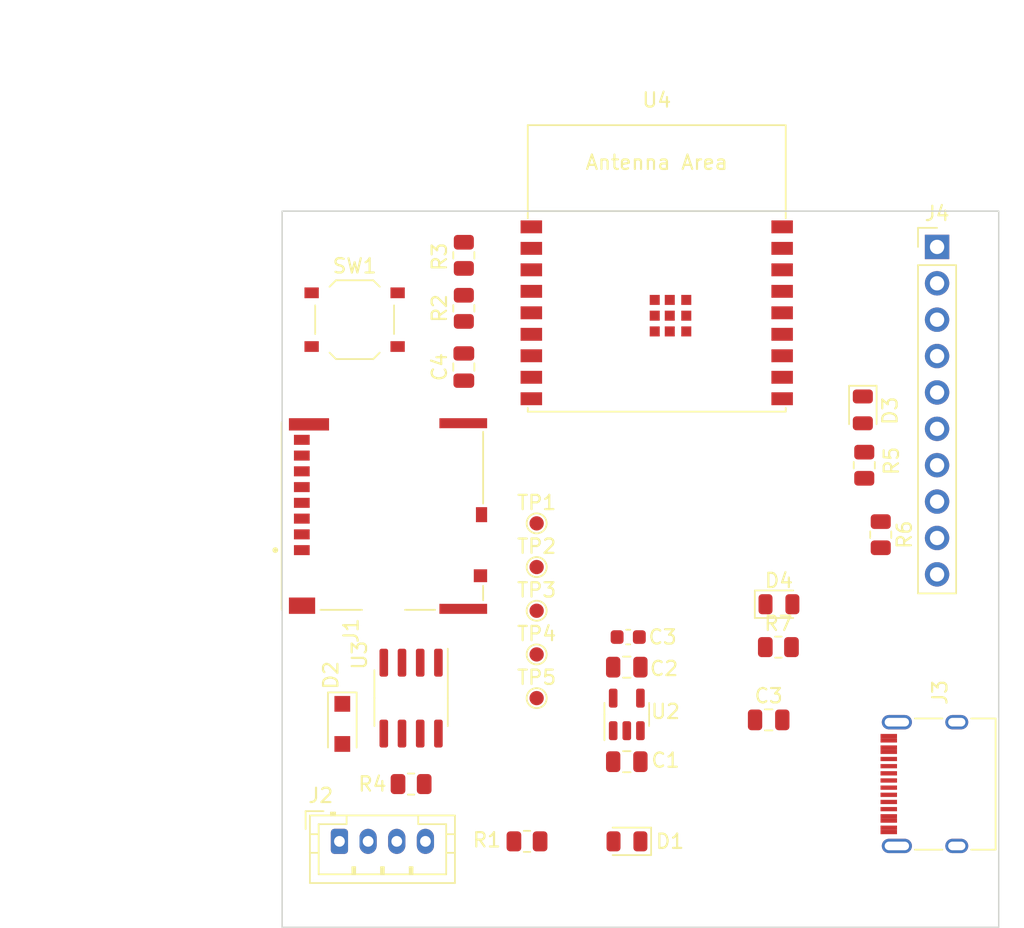
<source format=kicad_pcb>
(kicad_pcb (version 20221018) (generator pcbnew)
  (layers (0 "F.Cu" signal) (1 "In1.Cu" signal) (2 "In2.Cu" signal) (31 "B.Cu" signal) (34 "B.Paste" user) (35 "F.Paste" user) (36 "B.SilkS" user "B.Silkscreen") (37 "F.SilkS" user "F.Silkscreen") (38 "B.Mask" user) (39 "F.Mask" user) (44 "Edge.Cuts" user))
  (net 0 "")
  (net 1 "Net-(D1-A)")
  (net 2 "Net-(D2-A)")
  (net 3 "+3V3")
  (net 4 "GND")
  (net 5 "/CANH")
  (net 6 "/CANL")
  (net 7 "+5V")
  (net 8 "/USB_D+")
  (net 9 "/USB_D-")
  (net 10 "Net-(D3-A)")
  (net 11 "/SD_CS")
  (net 12 "/CAN_RX")
  (net 14 "/CAN_TX")
  (net 21 "/SD_MOSI")
  (net 22 "/SD_SCK")
  (net 23 "/SD_MISO")
  (net 27 "Net-(U4-EN{slash}CHIP_PU)")
  (net 37 "/LED_RED")
  (net 38 "/LED_BLUE")
  (net 39 "Net-(U4-GPIO8)")
  (net 40 "/GPIO9")
  (net 41 "/GPIO10")
  (net 42 "/RX")
  (net 43 "/TX")
  (net 44 "Net-(D4-A)")
  (footprint "Capacitor_SMD:C_0603_1608Metric" (layer "F.Cu") (at 118.15 90.7375)
    (fp_text reference "C3" (at 2.4 0) (layer "F.SilkS"))
    (fp_text value "100n")
    (fp_line (start -0.14058 -0.51) (end 0.14058 -0.51) (stroke (width 0.12)) (layer "F.SilkS"))
    (fp_line (start -0.14058 0.51) (end 0.14058 0.51) (stroke (width 0.12)) (layer "F.SilkS"))
    (pad "1" smd roundrect (at -0.775 0) (size 0.9 0.95) (layers "F.Cu" "F.Paste" "F.Mask") (net 3 "+3V3"))
    (pad "2" smd roundrect (at 0.775 0) (size 0.9 0.95) (layers "F.Cu" "F.Paste" "F.Mask") (net 4 "GND"))
  )
  (footprint "Resistor_SMD:R_0805_2012Metric" (layer "F.Cu") (at 106.68 67.7875 90)
    (fp_text reference "R2" (at 0 -1.7 90) (layer "F.SilkS"))
    (fp_text value "10k")
    (fp_line (start -0.227064 -0.735) (end 0.227064 -0.735) (stroke (width 0.12)) (layer "F.SilkS"))
    (fp_line (start -0.227064 0.735) (end 0.227064 0.735) (stroke (width 0.12)) (layer "F.SilkS"))
    (pad "1" smd roundrect (at -0.9125 0 90) (size 1.025 1.4) (layers "F.Cu" "F.Paste" "F.Mask") (roundrect_rratio 0.243902439) (net 27 "Net-(U4-EN{slash}CHIP_PU)"))
    (pad "2" smd roundrect (at 0.9125 0 90) (size 1.025 1.4) (layers "F.Cu" "F.Paste" "F.Mask") (roundrect_rratio 0.243902439) (net 3 "+3V3"))
  )
  (footprint "Resistor_SMD:R_0805_2012Metric" (layer "F.Cu") (at 135.77 83.59 -90)
    (fp_text reference "R6" (at 0 -1.65 90) (layer "F.SilkS"))
    (fp_text value "10k")
    (fp_line (start -0.227064 -0.735) (end 0.227064 -0.735) (stroke (width 0.12)) (layer "F.SilkS"))
    (fp_line (start -0.227064 0.735) (end 0.227064 0.735) (stroke (width 0.12)) (layer "F.SilkS"))
    (pad "1" smd roundrect (at -0.9125 0 270) (size 1.025 1.4) (layers "F.Cu" "F.Paste" "F.Mask") (roundrect_rratio 0.243902) (net 39 "Net-(U4-GPIO8)"))
    (pad "2" smd roundrect (at 0.9125 0 270) (size 1.025 1.4) (layers "F.Cu" "F.Paste" "F.Mask") (roundrect_rratio 0.243902) (net 3 "+3V3"))
  )
  (footprint "Resistor_SMD:R_0805_2012Metric" (layer "F.Cu") (at 128.6275 91.44)
    (fp_text reference "R7" (at 0 -1.65) (layer "F.SilkS"))
    (fp_text value "1k")
    (fp_line (start -0.227064 -0.735) (end 0.227064 -0.735) (stroke (width 0.12)) (layer "F.SilkS"))
    (fp_line (start -0.227064 0.735) (end 0.227064 0.735) (stroke (width 0.12)) (layer "F.SilkS"))
    (pad "1" smd roundrect (at -0.9125 0) (size 1.025 1.4) (layers "F.Cu" "F.Paste" "F.Mask") (roundrect_rratio 0.243902) (net 37 "/LED_RED"))
    (pad "2" smd roundrect (at 0.9125 0) (size 1.025 1.4) (layers "F.Cu" "F.Paste" "F.Mask") (roundrect_rratio 0.243902) (net 44 "Net-(D4-A)"))
  )
  (footprint "Capacitor_SMD:C_0805_2012Metric" (layer "F.Cu") (at 106.68 71.8875 -90)
    (fp_text reference "C4" (at 0 1.7 90) (layer "F.SilkS"))
    (fp_text value "1u")
    (fp_line (start -0.261252 -0.735) (end 0.261252 -0.735) (stroke (width 0.12)) (layer "F.SilkS"))
    (fp_line (start -0.261252 0.735) (end 0.261252 0.735) (stroke (width 0.12)) (layer "F.SilkS"))
    (pad "1" smd roundrect (at -0.95 0 270) (size 1 1.45) (layers "F.Cu" "F.Paste" "F.Mask") (net 27 "Net-(U4-EN{slash}CHIP_PU)"))
    (pad "2" smd roundrect (at 0.95 0 270) (size 1 1.45) (layers "F.Cu" "F.Paste" "F.Mask") (net 4 "GND"))
  )
  (footprint "Connector_USB:USB_C_Receptacle_XKB_U262-16XN-4BVC11" (layer "F.Cu") (at 140 101 90)
    (fp_text reference "J3" (at 6.4 -0.1 90) (layer "F.SilkS"))
    (fp_text value "USB_C_Receptacle")
    (fp_line (start -4.58 -1.85) (end -4.58 0.07) (stroke (width 0.12)) (layer "F.SilkS"))
    (fp_line (start -4.58 3.785) (end -4.58 2.08) (stroke (width 0.12)) (layer "F.SilkS"))
    (fp_line (start 4.58 0.07) (end 4.58 -1.85) (stroke (width 0.12)) (layer "F.SilkS"))
    (fp_line (start 4.58 2.08) (end 4.58 3.785) (stroke (width 0.12)) (layer "F.SilkS"))
    (fp_line (start 4.58 3.785) (end -4.58 3.785) (stroke (width 0.12)) (layer "F.SilkS"))
    (pad "" np_thru_hole circle (at -2.89 -2.605 90) (size 0.65 0.65) (drill 0.65) (layers "*.Cu" "*.Mask"))
    (pad "" np_thru_hole circle (at 2.89 -2.605 90) (size 0.65 0.65) (drill 0.65) (layers "*.Cu" "*.Mask"))
    (pad "A1" smd rect (at -3.35 -3.67 90) (size 0.3 1.15) (layers "F.Cu" "F.Paste" "F.Mask") (net 4 "GND"))
    (pad "A4" smd rect (at -2.55 -3.67 90) (size 0.3 1.15) (layers "F.Cu" "F.Paste" "F.Mask") (net 7 "+5V"))
    (pad "A5" smd rect (at -1.25 -3.67 90) (size 0.3 1.15) (layers "F.Cu" "F.Paste" "F.Mask"))
    (pad "A6" smd rect (at -0.25 -3.67 90) (size 0.3 1.15) (layers "F.Cu" "F.Paste" "F.Mask") (net 8 "/USB_D+"))
    (pad "A7" smd rect (at 0.25 -3.67 90) (size 0.3 1.15) (layers "F.Cu" "F.Paste" "F.Mask") (net 9 "/USB_D-"))
    (pad "A8" smd rect (at 1.25 -3.67 90) (size 0.3 1.15) (layers "F.Cu" "F.Paste" "F.Mask"))
    (pad "A9" smd rect (at 2.55 -3.67 90) (size 0.3 1.15) (layers "F.Cu" "F.Paste" "F.Mask") (net 7 "+5V"))
    (pad "A12" smd rect (at 3.35 -3.67 90) (size 0.3 1.15) (layers "F.Cu" "F.Paste" "F.Mask") (net 4 "GND"))
    (pad "B1" smd rect (at 3.05 -3.67 90) (size 0.3 1.15) (layers "F.Cu" "F.Paste" "F.Mask") (net 4 "GND"))
    (pad "B4" smd rect (at 2.25 -3.67 90) (size 0.3 1.15) (layers "F.Cu" "F.Paste" "F.Mask") (net 7 "+5V"))
    (pad "B5" smd rect (at 1.75 -3.67 90) (size 0.3 1.15) (layers "F.Cu" "F.Paste" "F.Mask"))
    (pad "B6" smd rect (at 0.75 -3.67 90) (size 0.3 1.15) (layers "F.Cu" "F.Paste" "F.Mask") (net 8 "/USB_D+"))
    (pad "B7" smd rect (at -0.75 -3.67 90) (size 0.3 1.15) (layers "F.Cu" "F.Paste" "F.Mask") (net 9 "/USB_D-"))
    (pad "B8" smd rect (at -1.75 -3.67 90) (size 0.3 1.15) (layers "F.Cu" "F.Paste" "F.Mask"))
    (pad "B9" smd rect (at -2.25 -3.67 90) (size 0.3 1.15) (layers "F.Cu" "F.Paste" "F.Mask") (net 7 "+5V"))
    (pad "B12" smd rect (at -3.05 -3.67 90) (size 0.3 1.15) (layers "F.Cu" "F.Paste" "F.Mask") (net 4 "GND"))
    (pad "S1" thru_hole oval (at -4.32 -3.105 90) (size 1 2.1) (drill oval 0.6 1.7) (layers "*.Cu" "*.Mask") (net 4 "GND"))
    (pad "S1" thru_hole oval (at -4.32 1.075 90) (size 1 1.6) (drill oval 0.6 1.2) (layers "*.Cu" "*.Mask") (net 4 "GND"))
    (pad "S1" thru_hole oval (at 4.32 -3.105 90) (size 1 2.1) (drill oval 0.6 1.7) (layers "*.Cu" "*.Mask") (net 4 "GND"))
    (pad "S1" thru_hole oval (at 4.32 1.075 90) (size 1 1.6) (drill oval 0.6 1.2) (layers "*.Cu" "*.Mask") (net 4 "GND"))
  )
  (footprint "LED_SMD:LED_0805_2012Metric" (layer "F.Cu") (at 134.52 74.8775 -90)
    (fp_text reference "D3" (at 0.0625 -1.9 90) (layer "F.SilkS"))
    (fp_text value "BLUE")
    (fp_line (start -1.685 -0.96) (end -1.685 0.96) (stroke (width 0.12)) (layer "F.SilkS"))
    (fp_line (start -1.685 0.96) (end 1 0.96) (stroke (width 0.12)) (layer "F.SilkS"))
    (fp_line (start 1 -0.96) (end -1.685 -0.96) (stroke (width 0.12)) (layer "F.SilkS"))
    (pad "1" smd roundrect (at -0.9375 0 270) (size 0.975 1.4) (layers "F.Cu" "F.Paste" "F.Mask") (net 4 "GND"))
    (pad "2" smd roundrect (at 0.9375 0 270) (size 0.975 1.4) (layers "F.Cu" "F.Paste" "F.Mask") (net 10 "Net-(D3-A)"))
  )
  (footprint "Connector_JST:JST_PH_B4B-PH-K_1x04_P2.00mm_Vertical" (layer "F.Cu") (at 98 105)
    (fp_text reference "J2" (at -1.3 -3.2) (layer "F.SilkS"))
    (fp_text value "CAN")
    (fp_line (start -2.36 -2.11) (end -2.36 -0.86) (stroke (width 0.12)) (layer "F.SilkS"))
    (fp_line (start -2.06 -1.81) (end -2.06 2.91) (stroke (width 0.12)) (layer "F.SilkS"))
    (fp_line (start -2.06 -0.5) (end -1.45 -0.5) (stroke (width 0.12)) (layer "F.SilkS"))
    (fp_line (start -2.06 0.8) (end -1.45 0.8) (stroke (width 0.12)) (layer "F.SilkS"))
    (fp_line (start -2.06 2.91) (end 8.06 2.91) (stroke (width 0.12)) (layer "F.SilkS"))
    (fp_line (start -1.45 -1.2) (end -1.45 2.3) (stroke (width 0.12)) (layer "F.SilkS"))
    (fp_line (start -1.45 2.3) (end 7.45 2.3) (stroke (width 0.12)) (layer "F.SilkS"))
    (fp_line (start -1.11 -2.11) (end -2.36 -2.11) (stroke (width 0.12)) (layer "F.SilkS"))
    (fp_line (start -0.6 -2.01) (end -0.6 -1.81) (stroke (width 0.12)) (layer "F.SilkS"))
    (fp_line (start -0.3 -2.01) (end -0.6 -2.01) (stroke (width 0.12)) (layer "F.SilkS"))
    (fp_line (start -0.3 -1.91) (end -0.6 -1.91) (stroke (width 0.12)) (layer "F.SilkS"))
    (fp_line (start -0.3 -1.81) (end -0.3 -2.01) (stroke (width 0.12)) (layer "F.SilkS"))
    (fp_line (start 0.5 -1.81) (end 0.5 -1.2) (stroke (width 0.12)) (layer "F.SilkS"))
    (fp_line (start 0.5 -1.2) (end -1.45 -1.2) (stroke (width 0.12)) (layer "F.SilkS"))
    (fp_line (start 0.9 1.8) (end 1.1 1.8) (stroke (width 0.12)) (layer "F.SilkS"))
    (fp_line (start 0.9 2.3) (end 0.9 1.8) (stroke (width 0.12)) (layer "F.SilkS"))
    (fp_line (start 1 2.3) (end 1 1.8) (stroke (width 0.12)) (layer "F.SilkS"))
    (fp_line (start 1.1 1.8) (end 1.1 2.3) (stroke (width 0.12)) (layer "F.SilkS"))
    (fp_line (start 2.9 1.8) (end 3.1 1.8) (stroke (width 0.12)) (layer "F.SilkS"))
    (fp_line (start 2.9 2.3) (end 2.9 1.8) (stroke (width 0.12)) (layer "F.SilkS"))
    (fp_line (start 3 2.3) (end 3 1.8) (stroke (width 0.12)) (layer "F.SilkS"))
    (fp_line (start 3.1 1.8) (end 3.1 2.3) (stroke (width 0.12)) (layer "F.SilkS"))
    (fp_line (start 4.9 1.8) (end 5.1 1.8) (stroke (width 0.12)) (layer "F.SilkS"))
    (fp_line (start 4.9 2.3) (end 4.9 1.8) (stroke (width 0.12)) (layer "F.SilkS"))
    (fp_line (start 5 2.3) (end 5 1.8) (stroke (width 0.12)) (layer "F.SilkS"))
    (fp_line (start 5.1 1.8) (end 5.1 2.3) (stroke (width 0.12)) (layer "F.SilkS"))
    (fp_line (start 5.5 -1.2) (end 5.5 -1.81) (stroke (width 0.12)) (layer "F.SilkS"))
    (fp_line (start 7.45 -1.2) (end 5.5 -1.2) (stroke (width 0.12)) (layer "F.SilkS"))
    (fp_line (start 7.45 2.3) (end 7.45 -1.2) (stroke (width 0.12)) (layer "F.SilkS"))
    (fp_line (start 8.06 -1.81) (end -2.06 -1.81) (stroke (width 0.12)) (layer "F.SilkS"))
    (fp_line (start 8.06 -0.5) (end 7.45 -0.5) (stroke (width 0.12)) (layer "F.SilkS"))
    (fp_line (start 8.06 0.8) (end 7.45 0.8) (stroke (width 0.12)) (layer "F.SilkS"))
    (fp_line (start 8.06 2.91) (end 8.06 -1.81) (stroke (width 0.12)) (layer "F.SilkS"))
    (pad "1" thru_hole roundrect (at 0 0) (size 1.2 1.75) (drill 0.75) (layers "*.Cu" "*.Mask") (roundrect_rratio 0.2083333333) (net 2 "Net-(D2-A)"))
    (pad "2" thru_hole oval (at 2 0) (size 1.2 1.75) (drill 0.75) (layers "*.Cu" "*.Mask") (net 6 "/CANL"))
    (pad "3" thru_hole oval (at 4 0) (size 1.2 1.75) (drill 0.75) (layers "*.Cu" "*.Mask") (net 5 "/CANH"))
    (pad "4" thru_hole oval (at 6 0) (size 1.2 1.75) (drill 0.75) (layers "*.Cu" "*.Mask") (net 4 "GND"))
  )
  (footprint "Capacitor_SMD:C_0805_2012Metric" (layer "F.Cu") (at 118.05 99.4375)
    (fp_text reference "C1" (at 2.7 -0.1) (layer "F.SilkS"))
    (fp_text value "10uF")
    (fp_line (start -0.261252 -0.735) (end 0.261252 -0.735) (stroke (width 0.12)) (layer "F.SilkS"))
    (fp_line (start -0.261252 0.735) (end 0.261252 0.735) (stroke (width 0.12)) (layer "F.SilkS"))
    (pad "1" smd roundrect (at -0.95 0) (size 1 1.45) (layers "F.Cu" "F.Paste" "F.Mask") (net 7 "+5V"))
    (pad "2" smd roundrect (at 0.95 0) (size 1 1.45) (layers "F.Cu" "F.Paste" "F.Mask") (net 4 "GND"))
  )
  (footprint "TestPoint:TestPoint_Pad_D1.0mm" (layer "F.Cu") (at 111.76 85.85)
    (fp_text reference "TP2" (at 0 -1.448) (layer "F.SilkS"))
    (fp_text value "TestPoint")
    (fp_circle (center 0 0) (end 0 0.7) (stroke (width 0.12)) (fill none) (layer "F.SilkS"))
    (pad "1" smd circle (at 0 0) (size 1 1) (layers "F.Cu" "F.Mask") (net 9 "/USB_D-"))
  )
  (footprint "TestPoint:TestPoint_Pad_D1.0mm" (layer "F.Cu") (at 111.76 82.8)
    (fp_text reference "TP1" (at 0 -1.448) (layer "F.SilkS"))
    (fp_text value "TestPoint")
    (fp_circle (center 0 0) (end 0 0.7) (stroke (width 0.12)) (fill none) (layer "F.SilkS"))
    (pad "1" smd circle (at 0 0) (size 1 1) (layers "F.Cu" "F.Mask") (net 3 "+3V3"))
  )
  (footprint "TestPoint:TestPoint_Pad_D1.0mm" (layer "F.Cu") (at 111.76 95)
    (fp_text reference "TP5" (at 0 -1.448) (layer "F.SilkS"))
    (fp_text value "TestPoint")
    (fp_circle (center 0 0) (end 0 0.7) (stroke (width 0.12)) (fill none) (layer "F.SilkS"))
    (pad "1" smd circle (at 0 0) (size 1 1) (layers "F.Cu" "F.Mask") (net 5 "/CANH"))
  )
  (footprint "Resistor_SMD:R_0805_2012Metric" (layer "F.Cu") (at 111.0875 105)
    (fp_text reference "R1" (at -2.8 -0.1) (layer "F.SilkS"))
    (fp_text value "1k")
    (fp_line (start -0.227064 -0.735) (end 0.227064 -0.735) (stroke (width 0.12)) (layer "F.SilkS"))
    (fp_line (start -0.227064 0.735) (end 0.227064 0.735) (stroke (width 0.12)) (layer "F.SilkS"))
    (pad "1" smd roundrect (at -0.9125 0) (size 1.025 1.4) (layers "F.Cu" "F.Paste" "F.Mask") (roundrect_rratio 0.243902439) (net 3 "+3V3"))
    (pad "2" smd roundrect (at 0.9125 0) (size 1.025 1.4) (layers "F.Cu" "F.Paste" "F.Mask") (roundrect_rratio 0.243902439) (net 1 "Net-(D1-A)"))
  )
  (footprint "Connector_PinHeader_2.54mm:PinHeader_1x10_P2.54mm_Vertical" (layer "F.Cu") (at 139.7 63.5)
    (fp_text reference "J4" (at 0 -2.33) (layer "F.SilkS"))
    (fp_text value "Conn_01x10")
    (fp_line (start -1.33 -1.33) (end 0 -1.33) (stroke (width 0.12)) (layer "F.SilkS"))
    (fp_line (start -1.33 0) (end -1.33 -1.33) (stroke (width 0.12)) (layer "F.SilkS"))
    (fp_line (start -1.33 1.27) (end -1.33 24.19) (stroke (width 0.12)) (layer "F.SilkS"))
    (fp_line (start -1.33 1.27) (end 1.33 1.27) (stroke (width 0.12)) (layer "F.SilkS"))
    (fp_line (start -1.33 24.19) (end 1.33 24.19) (stroke (width 0.12)) (layer "F.SilkS"))
    (fp_line (start 1.33 1.27) (end 1.33 24.19) (stroke (width 0.12)) (layer "F.SilkS"))
    (pad "1" thru_hole rect (at 0 0) (size 1.7 1.7) (drill 1) (layers "*.Cu" "*.Mask"))
    (pad "2" thru_hole oval (at 0 2.54) (size 1.7 1.7) (drill 1) (layers "*.Cu" "*.Mask"))
    (pad "3" thru_hole oval (at 0 5.08) (size 1.7 1.7) (drill 1) (layers "*.Cu" "*.Mask"))
    (pad "4" thru_hole oval (at 0 7.62) (size 1.7 1.7) (drill 1) (layers "*.Cu" "*.Mask"))
    (pad "5" thru_hole oval (at 0 10.16) (size 1.7 1.7) (drill 1) (layers "*.Cu" "*.Mask"))
    (pad "6" thru_hole oval (at 0 12.7) (size 1.7 1.7) (drill 1) (layers "*.Cu" "*.Mask"))
    (pad "7" thru_hole oval (at 0 15.24) (size 1.7 1.7) (drill 1) (layers "*.Cu" "*.Mask"))
    (pad "8" thru_hole oval (at 0 17.78) (size 1.7 1.7) (drill 1) (layers "*.Cu" "*.Mask"))
    (pad "9" thru_hole oval (at 0 20.32) (size 1.7 1.7) (drill 1) (layers "*.Cu" "*.Mask"))
    (pad "10" thru_hole oval (at 0 22.86) (size 1.7 1.7) (drill 1) (layers "*.Cu" "*.Mask"))
  )
  (footprint "LED_SMD:LED_0805_2012Metric" (layer "F.Cu") (at 128.6675 88.445)
    (fp_text reference "D4" (at 0 -1.65) (layer "F.SilkS"))
    (fp_text value "RED")
    (fp_line (start -1.685 -0.96) (end -1.685 0.96) (stroke (width 0.12)) (layer "F.SilkS"))
    (fp_line (start -1.685 0.96) (end 1 0.96) (stroke (width 0.12)) (layer "F.SilkS"))
    (fp_line (start 1 -0.96) (end -1.685 -0.96) (stroke (width 0.12)) (layer "F.SilkS"))
    (pad "1" smd roundrect (at -0.9375 0) (size 0.975 1.4) (layers "F.Cu" "F.Paste" "F.Mask") (net 4 "GND"))
    (pad "2" smd roundrect (at 0.9375 0) (size 0.975 1.4) (layers "F.Cu" "F.Paste" "F.Mask") (net 44 "Net-(D4-A)"))
  )
  (footprint "Capacitor_SMD:C_0805_2012Metric" (layer "F.Cu") (at 118.05 92.8375)
    (fp_text reference "C2" (at 2.6 0.1) (layer "F.SilkS"))
    (fp_text value "10uF")
    (fp_line (start -0.261252 -0.735) (end 0.261252 -0.735) (stroke (width 0.12)) (layer "F.SilkS"))
    (fp_line (start -0.261252 0.735) (end 0.261252 0.735) (stroke (width 0.12)) (layer "F.SilkS"))
    (pad "1" smd roundrect (at -0.95 0) (size 1 1.45) (layers "F.Cu" "F.Paste" "F.Mask") (net 3 "+3V3"))
    (pad "2" smd roundrect (at 0.95 0) (size 1 1.45) (layers "F.Cu" "F.Paste" "F.Mask") (net 4 "GND"))
  )
  (footprint "TestPoint:TestPoint_Pad_D1.0mm" (layer "F.Cu") (at 111.76 88.9)
    (fp_text reference "TP3" (at 0 -1.448) (layer "F.SilkS"))
    (fp_text value "TestPoint")
    (fp_circle (center 0 0) (end 0 0.7) (stroke (width 0.12)) (fill none) (layer "F.SilkS"))
    (pad "1" smd circle (at 0 0) (size 1 1) (layers "F.Cu" "F.Mask") (net 8 "/USB_D+"))
  )
  (footprint "Capacitor_SMD:C_0805_2012Metric" (layer "F.Cu") (at 127.95 96.52)
    (fp_text reference "C3" (at 0 -1.68) (layer "F.SilkS"))
    (fp_text value "1u")
    (fp_line (start -0.261252 -0.735) (end 0.261252 -0.735) (stroke (width 0.12)) (layer "F.SilkS"))
    (fp_line (start -0.261252 0.735) (end 0.261252 0.735) (stroke (width 0.12)) (layer "F.SilkS"))
    (pad "1" smd roundrect (at -0.95 0) (size 1 1.45) (layers "F.Cu" "F.Paste" "F.Mask") (net 3 "+3V3"))
    (pad "2" smd roundrect (at 0.95 0) (size 1 1.45) (layers "F.Cu" "F.Paste" "F.Mask") (net 4 "GND"))
  )
  (footprint "Button_Switch_SMD:SW_Push_1P1T_XKB_TS-1187A" (layer "F.Cu") (at 99.06 68.58)
    (fp_text reference "SW1" (at 0 -3.75) (layer "F.SilkS"))
    (fp_text value "SW_Push")
    (fp_line (start -2.75 -1) (end -2.75 1) (stroke (width 0.12)) (layer "F.SilkS"))
    (fp_line (start -1.75 -2.3) (end -1.3 -2.75) (stroke (width 0.12)) (layer "F.SilkS"))
    (fp_line (start -1.75 2.3) (end -1.3 2.75) (stroke (width 0.12)) (layer "F.SilkS"))
    (fp_line (start -1.3 -2.75) (end 1.3 -2.75) (stroke (width 0.12)) (layer "F.SilkS"))
    (fp_line (start -1.3 2.75) (end 1.3 2.75) (stroke (width 0.12)) (layer "F.SilkS"))
    (fp_line (start 1.75 -2.3) (end 1.3 -2.75) (stroke (width 0.12)) (layer "F.SilkS"))
    (fp_line (start 1.75 2.3) (end 1.3 2.75) (stroke (width 0.12)) (layer "F.SilkS"))
    (fp_line (start 2.75 -1) (end 2.75 1) (stroke (width 0.12)) (layer "F.SilkS"))
    (pad "1" smd rect (at -3 -1.875) (size 1 0.75) (layers "F.Cu" "F.Paste" "F.Mask") (net 4 "GND"))
    (pad "1" smd rect (at 3 -1.875) (size 1 0.75) (layers "F.Cu" "F.Paste" "F.Mask") (net 4 "GND"))
    (pad "2" smd rect (at -3 1.875) (size 1 0.75) (layers "F.Cu" "F.Paste" "F.Mask") (net 40 "/GPIO9"))
    (pad "2" smd rect (at 3 1.875) (size 1 0.75) (layers "F.Cu" "F.Paste" "F.Mask") (net 40 "/GPIO9"))
  )
  (footprint "TestPoint:TestPoint_Pad_D1.0mm" (layer "F.Cu") (at 111.76 91.95)
    (fp_text reference "TP4" (at 0 -1.448) (layer "F.SilkS"))
    (fp_text value "TestPoint")
    (fp_circle (center 0 0) (end 0 0.7) (stroke (width 0.12)) (fill none) (layer "F.SilkS"))
    (pad "1" smd circle (at 0 0) (size 1 1) (layers "F.Cu" "F.Mask") (net 6 "/CANL"))
  )
  (footprint "Resistor_SMD:R_0805_2012Metric" (layer "F.Cu") (at 106.68 64.0875 -90)
    (fp_text reference "R3" (at 0.1 1.7 90) (layer "F.SilkS"))
    (fp_text value "10k")
    (fp_line (start -0.227064 -0.735) (end 0.227064 -0.735) (stroke (width 0.12)) (layer "F.SilkS"))
    (fp_line (start -0.227064 0.735) (end 0.227064 0.735) (stroke (width 0.12)) (layer "F.SilkS"))
    (pad "1" smd roundrect (at -0.9125 0 270) (size 1.025 1.4) (layers "F.Cu" "F.Paste" "F.Mask") (roundrect_rratio 0.243902439) (net 3 "+3V3"))
    (pad "2" smd roundrect (at 0.9125 0 270) (size 1.025 1.4) (layers "F.Cu" "F.Paste" "F.Mask") (roundrect_rratio 0.243902439) (net 37 "/LED_RED"))
  )
  (footprint "Resistor_SMD:R_0805_2012Metric" (layer "F.Cu") (at 134.62 78.74 90)
    (fp_text reference "R5" (at 0.3 1.9 90) (layer "F.SilkS"))
    (fp_text value "1k")
    (fp_line (start -0.227064 -0.735) (end 0.227064 -0.735) (stroke (width 0.12)) (layer "F.SilkS"))
    (fp_line (start -0.227064 0.735) (end 0.227064 0.735) (stroke (width 0.12)) (layer "F.SilkS"))
    (pad "1" smd roundrect (at -0.9125 0 90) (size 1.025 1.4) (layers "F.Cu" "F.Paste" "F.Mask") (roundrect_rratio 0.243902439) (net 38 "/LED_BLUE"))
    (pad "2" smd roundrect (at 0.9125 0 90) (size 1.025 1.4) (layers "F.Cu" "F.Paste" "F.Mask") (roundrect_rratio 0.243902439) (net 10 "Net-(D3-A)"))
  )
  (footprint "espressif:MOLEX_503398-1892" (layer "F.Cu") (at 101 82.2875 90)
    (fp_text reference "J1" (at -8 -2.1875 90) (layer "F.SilkS") (effects (font (size 1.000685 1.000685))))
    (fp_text value "Micro_SD_Card")
    (fp_line (start -6.55 -7.025) (end 6.55 -7.025) (stroke (width 0.127)) (layer "F.SilkS"))
    (fp_line (start -6.55 -4.325) (end -6.55 -1.425) (stroke (width 0.127)) (layer "F.SilkS"))
    (fp_line (start -6.55 1.575) (end -6.55 3.675) (stroke (width 0.127)) (layer "F.SilkS"))
    (fp_line (start -5.876 7.025) (end -4.874 7.025) (stroke (width 0.127)) (layer "F.SilkS"))
    (fp_line (start 0.874 7.025) (end 5.876 7.025) (stroke (width 0.127)) (layer "F.SilkS"))
    (fp_circle (center -2.38 -7.475) (end -2.28 -7.475) (stroke (width 0.2)) (fill none) (layer "F.SilkS"))
    (pad "1" smd rect (at -2.38 -5.625 90) (size 0.7 1.1) (layers "F.Cu" "F.Paste" "F.Mask"))
    (pad "2" smd rect (at -1.28 -5.625 90) (size 0.7 1.1) (layers "F.Cu" "F.Paste" "F.Mask") (net 11 "/SD_CS"))
    (pad "3" smd rect (at -0.18 -5.625 90) (size 0.7 1.1) (layers "F.Cu" "F.Paste" "F.Mask") (net 21 "/SD_MOSI"))
    (pad "4" smd rect (at 0.92 -5.625 90) (size 0.7 1.1) (layers "F.Cu" "F.Paste" "F.Mask") (net 3 "+3V3"))
    (pad "5" smd rect (at 2.02 -5.625 90) (size 0.7 1.1) (layers "F.Cu" "F.Paste" "F.Mask") (net 22 "/SD_SCK"))
    (pad "6" smd rect (at 3.12 -5.625 90) (size 0.7 1.1) (layers "F.Cu" "F.Paste" "F.Mask") (net 4 "GND"))
    (pad "7" smd rect (at 4.22 -5.625 90) (size 0.7 1.1) (layers "F.Cu" "F.Paste" "F.Mask") (net 23 "/SD_MISO"))
    (pad "8" smd rect (at 5.32 -5.625 90) (size 0.7 1.1) (layers "F.Cu" "F.Paste" "F.Mask"))
    (pad "9" smd rect (at -4.17 6.84 90) (size 0.9 0.93) (layers "F.Cu" "F.Paste" "F.Mask"))
    (pad "10" smd rect (at 0.095 6.915 90) (size 1.05 0.78) (layers "F.Cu" "F.Paste" "F.Mask"))
    (pad "P1" smd rect (at -6.26 -5.61 90) (size 1.14 1.83) (layers "F.Cu" "F.Paste" "F.Mask") (net 4 "GND"))
    (pad "P2" smd rect (at 6.4 -5.125 90) (size 0.86 2.8) (layers "F.Cu" "F.Paste" "F.Mask"))
    (pad "P3" smd rect (at -6.48 5.64 90) (size 0.7 3.33) (layers "F.Cu" "F.Paste" "F.Mask"))
    (pad "P4" smd rect (at 6.48 5.64 90) (size 0.7 3.33) (layers "F.Cu" "F.Paste" "F.Mask"))
  )
  (footprint "LED_SMD:LED_0805_2012Metric" (layer "F.Cu") (at 118.0625 105 180)
    (fp_text reference "D1" (at -3 0) (layer "F.SilkS"))
    (fp_text value "RED")
    (fp_line (start -1.685 -0.96) (end -1.685 0.96) (stroke (width 0.12)) (layer "F.SilkS"))
    (fp_line (start -1.685 0.96) (end 1 0.96) (stroke (width 0.12)) (layer "F.SilkS"))
    (fp_line (start 1 -0.96) (end -1.685 -0.96) (stroke (width 0.12)) (layer "F.SilkS"))
    (pad "1" smd roundrect (at -0.9375 0 180) (size 0.975 1.4) (layers "F.Cu" "F.Paste" "F.Mask") (net 4 "GND"))
    (pad "2" smd roundrect (at 0.9375 0 180) (size 0.975 1.4) (layers "F.Cu" "F.Paste" "F.Mask") (net 1 "Net-(D1-A)"))
  )
  (footprint "Package_TO_SOT_SMD:SOT-23-5" (layer "F.Cu") (at 118.05 96.1375 90)
    (fp_text reference "U2" (at 0.2 2.7 180) (layer "F.SilkS"))
    (fp_text value "AP2112K-3.3")
    (fp_line (start 0 -1.56) (end -1.8 -1.56) (stroke (width 0.12)) (layer "F.SilkS"))
    (fp_line (start 0 -1.56) (end 0.8 -1.56) (stroke (width 0.12)) (layer "F.SilkS"))
    (fp_line (start 0 1.56) (end -0.8 1.56) (stroke (width 0.12)) (layer "F.SilkS"))
    (fp_line (start 0 1.56) (end 0.8 1.56) (stroke (width 0.12)) (layer "F.SilkS"))
    (pad "1" smd roundrect (at -1.1375 -0.95 90) (size 1.325 0.6) (layers "F.Cu" "F.Paste" "F.Mask") (net 7 "+5V"))
    (pad "2" smd roundrect (at -1.1375 0 90) (size 1.325 0.6) (layers "F.Cu" "F.Paste" "F.Mask") (net 4 "GND"))
    (pad "3" smd roundrect (at -1.1375 0.95 90) (size 1.325 0.6) (layers "F.Cu" "F.Paste" "F.Mask") (net 7 "+5V"))
    (pad "4" smd roundrect (at 1.1375 0.95 90) (size 1.325 0.6) (layers "F.Cu" "F.Paste" "F.Mask"))
    (pad "5" smd roundrect (at 1.1375 -0.95 90) (size 1.325 0.6) (layers "F.Cu" "F.Paste" "F.Mask") (net 3 "+3V3"))
  )
  (footprint "Resistor_SMD:R_0805_2012Metric" (layer "F.Cu") (at 103 101 180)
    (fp_text reference "R4" (at 2.7 0) (layer "F.SilkS"))
    (fp_text value "220")
    (fp_line (start -0.227064 -0.735) (end 0.227064 -0.735) (stroke (width 0.12)) (layer "F.SilkS"))
    (fp_line (start -0.227064 0.735) (end 0.227064 0.735) (stroke (width 0.12)) (layer "F.SilkS"))
    (pad "1" smd roundrect (at -0.9125 0 180) (size 1.025 1.4) (layers "F.Cu" "F.Paste" "F.Mask") (roundrect_rratio 0.243902439) (net 5 "/CANH"))
    (pad "2" smd roundrect (at 0.9125 0 180) (size 1.025 1.4) (layers "F.Cu" "F.Paste" "F.Mask") (roundrect_rratio 0.243902439) (net 6 "/CANL"))
  )
  (footprint "Package_SO:SOIC-8_3.9x4.9mm_P1.27mm" (layer "F.Cu") (at 103 95 -90)
    (fp_text reference "U3" (at -3 3.6 90) (layer "F.SilkS"))
    (fp_text value "TJA1051T-3")
    (fp_line (start 0 -2.56) (end -3.45 -2.56) (stroke (width 0.12)) (layer "F.SilkS"))
    (fp_line (start 0 -2.56) (end 1.95 -2.56) (stroke (width 0.12)) (layer "F.SilkS"))
    (fp_line (start 0 2.56) (end -1.95 2.56) (stroke (width 0.12)) (layer "F.SilkS"))
    (fp_line (start 0 2.56) (end 1.95 2.56) (stroke (width 0.12)) (layer "F.SilkS"))
    (pad "1" smd roundrect (at -2.475 -1.905 270) (size 1.95 0.6) (layers "F.Cu" "F.Paste" "F.Mask") (net 14 "/CAN_TX"))
    (pad "2" smd roundrect (at -2.475 -0.635 270) (size 1.95 0.6) (layers "F.Cu" "F.Paste" "F.Mask") (net 4 "GND"))
    (pad "3" smd roundrect (at -2.475 0.635 270) (size 1.95 0.6) (layers "F.Cu" "F.Paste" "F.Mask") (net 7 "+5V"))
    (pad "4" smd roundrect (at -2.475 1.905 270) (size 1.95 0.6) (layers "F.Cu" "F.Paste" "F.Mask") (net 12 "/CAN_RX"))
    (pad "5" smd roundrect (at 2.475 1.905 270) (size 1.95 0.6) (layers "F.Cu" "F.Paste" "F.Mask") (net 3 "+3V3"))
    (pad "6" smd roundrect (at 2.475 0.635 270) (size 1.95 0.6) (layers "F.Cu" "F.Paste" "F.Mask") (net 6 "/CANL"))
    (pad "7" smd roundrect (at 2.475 -0.635 270) (size 1.95 0.6) (layers "F.Cu" "F.Paste" "F.Mask") (net 5 "/CANH"))
    (pad "8" smd roundrect (at 2.475 -1.905 270) (size 1.95 0.6) (layers "F.Cu" "F.Paste" "F.Mask") (net 4 "GND"))
  )
  (footprint "Diode_SMD:D_SOD-123F" (layer "F.Cu") (at 98.2 96.8 -90)
    (fp_text reference "D2" (at -3.4 0.8 90) (layer "F.SilkS"))
    (fp_text value "100V/3A")
    (fp_line (start -2.2 -1) (end -2.2 1) (stroke (width 0.12)) (layer "F.SilkS"))
    (fp_line (start -2.2 -1) (end 1.65 -1) (stroke (width 0.12)) (layer "F.SilkS"))
    (fp_line (start -2.2 1) (end 1.65 1) (stroke (width 0.12)) (layer "F.SilkS"))
    (pad "1" smd rect (at -1.4 0 270) (size 1.1 1.1) (layers "F.Cu" "F.Paste" "F.Mask") (net 7 "+5V"))
    (pad "2" smd rect (at 1.4 0 270) (size 1.1 1.1) (layers "F.Cu" "F.Paste" "F.Mask") (net 2 "Net-(D2-A)"))
  )
  (footprint "espressif:ESP32-C3-WROOM-02" (layer "F.Cu") (at 120.14 68)
    (fp_text reference "U4" (at 0 -14.75) (layer "F.SilkS"))
    (fp_text value "ESP32-C3-WROOM-02")
    (fp_text user "Antenna Area" (at 0 -10.4) (layer "F.SilkS"))
    (fp_line (start -9 -13) (end -9 -6.5) (stroke (width 0.12)) (layer "F.SilkS"))
    (fp_line (start -9 -13) (end 9 -13) (stroke (width 0.12)) (layer "F.SilkS"))
    (fp_line (start -9 7) (end -9 6.75) (stroke (width 0.12)) (layer "F.SilkS"))
    (fp_line (start 9 -13) (end 9 -6.5) (stroke (width 0.12)) (layer "F.SilkS"))
    (fp_line (start 9 -7) (end -8.95 -7) (stroke (width 0.12)) (layer "F.SilkS"))
    (fp_line (start 9 6.75) (end 9 7) (stroke (width 0.12)) (layer "F.SilkS"))
    (fp_line (start 9 7) (end -9 7) (stroke (width 0.12)) (layer "F.SilkS"))
    (pad "1" smd rect (at -8.75 -5.9) (size 1.5 0.9) (layers "F.Cu" "F.Paste" "F.Mask") (net 3 "+3V3"))
    (pad "2" smd rect (at -8.75 -4.4) (size 1.5 0.9) (layers "F.Cu" "F.Paste" "F.Mask") (net 27 "Net-(U4-EN{slash}CHIP_PU)"))
    (pad "3" smd rect (at -8.75 -2.9) (size 1.5 0.9) (layers "F.Cu" "F.Paste" "F.Mask") (net 21 "/SD_MOSI"))
    (pad "4" smd rect (at -8.75 -1.4) (size 1.5 0.9) (layers "F.Cu" "F.Paste" "F.Mask") (net 22 "/SD_SCK"))
    (pad "5" smd rect (at -8.75 0.1) (size 1.5 0.9) (layers "F.Cu" "F.Paste" "F.Mask") (net 23 "/SD_MISO"))
    (pad "6" smd rect (at -8.75 1.6) (size 1.5 0.9) (layers "F.Cu" "F.Paste" "F.Mask") (net 11 "/SD_CS"))
    (pad "7" smd rect (at -8.75 3.1) (size 1.5 0.9) (layers "F.Cu" "F.Paste" "F.Mask") (net 39 "Net-(U4-GPIO8)"))
    (pad "8" smd rect (at -8.75 4.6) (size 1.5 0.9) (layers "F.Cu" "F.Paste" "F.Mask") (net 40 "/GPIO9"))
    (pad "9" smd rect (at -8.75 6.1) (size 1.5 0.9) (layers "F.Cu" "F.Paste" "F.Mask") (net 4 "GND"))
    (pad "10" smd rect (at 8.75 6.1 180) (size 1.5 0.9) (layers "F.Cu" "F.Paste" "F.Mask") (net 41 "/GPIO10"))
    (pad "11" smd rect (at 8.75 4.6 180) (size 1.5 0.9) (layers "F.Cu" "F.Paste" "F.Mask") (net 42 "/RX"))
    (pad "12" smd rect (at 8.75 3.1 180) (size 1.5 0.9) (layers "F.Cu" "F.Paste" "F.Mask") (net 43 "/TX"))
    (pad "13" smd rect (at 8.75 1.6 180) (size 1.5 0.9) (layers "F.Cu" "F.Paste" "F.Mask") (net 9 "/USB_D-"))
    (pad "14" smd rect (at 8.75 0.1 180) (size 1.5 0.9) (layers "F.Cu" "F.Paste" "F.Mask") (net 8 "/USB_D+"))
    (pad "15" smd rect (at 8.75 -1.4 180) (size 1.5 0.9) (layers "F.Cu" "F.Paste" "F.Mask") (net 38 "/LED_BLUE"))
    (pad "16" smd rect (at 8.75 -2.9 180) (size 1.5 0.9) (layers "F.Cu" "F.Paste" "F.Mask") (net 37 "/LED_RED"))
    (pad "17" smd rect (at 8.75 -4.4 180) (size 1.5 0.9) (layers "F.Cu" "F.Paste" "F.Mask") (net 14 "/CAN_TX"))
    (pad "18" smd rect (at 8.75 -5.9 180) (size 1.5 0.9) (layers "F.Cu" "F.Paste" "F.Mask") (net 12 "/CAN_RX"))
    (pad "19" smd rect (at -0.14 -0.8 180) (size 0.7 0.7) (layers "F.Cu" "F.Paste" "F.Mask") (net 4 "GND"))
    (pad "19" smd rect (at -0.14 0.3 180) (size 0.7 0.7) (layers "F.Cu" "F.Paste" "F.Mask") (net 4 "GND"))
    (pad "19" smd rect (at -0.14 1.4 180) (size 0.7 0.7) (layers "F.Cu" "F.Paste" "F.Mask") (net 4 "GND"))
    (pad "19" smd rect (at 0.91 -0.8 180) (size 0.7 0.7) (layers "F.Cu" "F.Paste" "F.Mask") (net 4 "GND"))
    (pad "19" smd rect (at 0.91 0.3 180) (size 0.7 0.7) (layers "F.Cu" "F.Paste" "F.Mask") (net 4 "GND"))
    (pad "19" smd rect (at 0.91 1.4 180) (size 0.7 0.7) (layers "F.Cu" "F.Paste" "F.Mask") (net 4 "GND"))
    (pad "19" smd rect (at 2.06 -0.8 180) (size 0.7 0.7) (layers "F.Cu" "F.Paste" "F.Mask") (net 4 "GND"))
    (pad "19" smd rect (at 2.06 0.3 180) (size 0.7 0.7) (layers "F.Cu" "F.Paste" "F.Mask") (net 4 "GND"))
    (pad "19" smd rect (at 2.06 1.4 180) (size 0.7 0.7) (layers "F.Cu" "F.Paste" "F.Mask") (net 4 "GND"))
  )
  (gr_rect (start 94 61) (end 144 111) (stroke (width 0.1)) (fill none) (layer "Edge.Cuts"))
)
</source>
